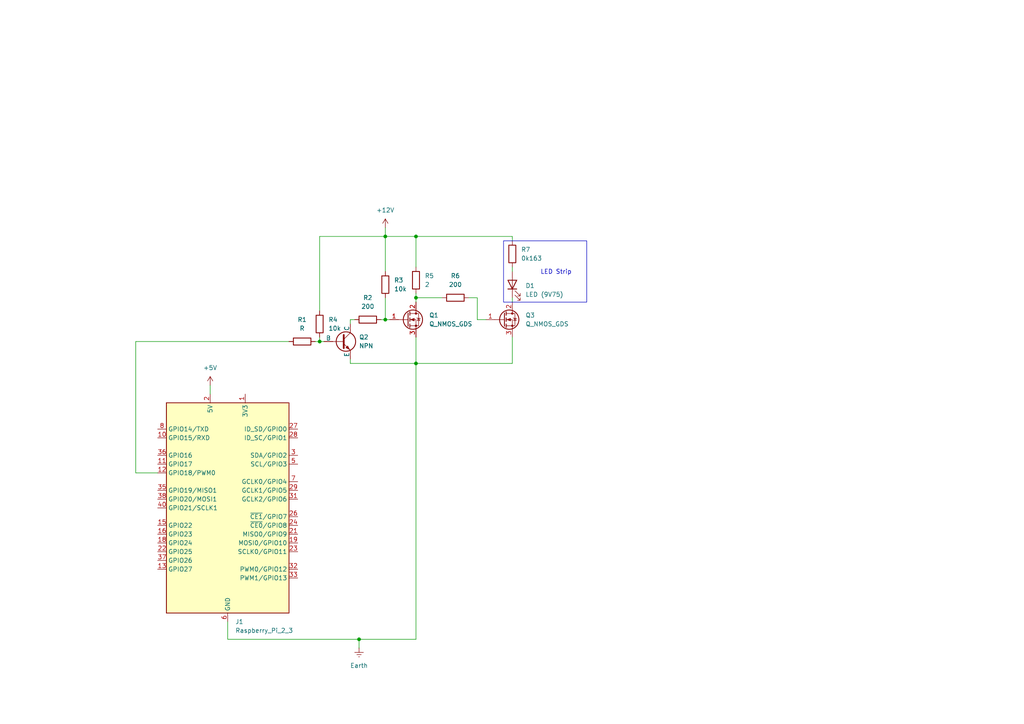
<source format=kicad_sch>
(kicad_sch (version 20231120) (generator "eeschema") (generator_version "8.0")
  (paper "A4")
  (lib_symbols
    (symbol "Connector:Raspberry_Pi_2_3"
      (property "Reference" "J" (at -17.78 31.75 0))
      (property "Value" "Raspberry_Pi_2_3" (at 10.16 -31.75 0))
      (symbol "Raspberry_Pi_2_3_0_1"
        (rectangle (start -17.78 30.48) (end 17.78 -30.48) (stroke (width 0.254)) (fill (type background)))
      )
      (symbol "Raspberry_Pi_2_3_1_1"
        (pin power_in line (at 5.08 33.02 270) (length 2.54) (name "3V3") (number "1"))
        (pin bidirectional line (at -20.32 20.32 0) (length 2.54) (name "GPIO15/RXD") (number "10"))
        (pin bidirectional line (at -20.32 12.7 0) (length 2.54) (name "GPIO17") (number "11"))
        (pin bidirectional line (at -20.32 10.16 0) (length 2.54) (name "GPIO18/PWM0") (number "12"))
        (pin bidirectional line (at -20.32 -17.78 0) (length 2.54) (name "GPIO27") (number "13"))
        (pin passive line (at 0 -33.02 90) (length 2.54) hide (name "GND") (number "14"))
        (pin bidirectional line (at -20.32 -5.08 0) (length 2.54) (name "GPIO22") (number "15"))
        (pin bidirectional line (at -20.32 -7.62 0) (length 2.54) (name "GPIO23") (number "16"))
        (pin passive line (at 5.08 33.02 270) (length 2.54) hide (name "3V3") (number "17"))
        (pin bidirectional line (at -20.32 -10.16 0) (length 2.54) (name "GPIO24") (number "18"))
        (pin bidirectional line (at 20.32 -10.16 180) (length 2.54) (name "MOSI0/GPIO10") (number "19"))
        (pin power_in line (at -5.08 33.02 270) (length 2.54) (name "5V") (number "2"))
        (pin passive line (at 0 -33.02 90) (length 2.54) hide (name "GND") (number "20"))
        (pin bidirectional line (at 20.32 -7.62 180) (length 2.54) (name "MISO0/GPIO9") (number "21"))
        (pin bidirectional line (at -20.32 -12.7 0) (length 2.54) (name "GPIO25") (number "22"))
        (pin bidirectional line (at 20.32 -12.7 180) (length 2.54) (name "SCLK0/GPIO11") (number "23"))
        (pin bidirectional line (at 20.32 -5.08 180) (length 2.54) (name "~{CE0}/GPIO8") (number "24"))
        (pin passive line (at 0 -33.02 90) (length 2.54) hide (name "GND") (number "25"))
        (pin bidirectional line (at 20.32 -2.54 180) (length 2.54) (name "~{CE1}/GPIO7") (number "26"))
        (pin bidirectional line (at 20.32 22.86 180) (length 2.54) (name "ID_SD/GPIO0") (number "27"))
        (pin bidirectional line (at 20.32 20.32 180) (length 2.54) (name "ID_SC/GPIO1") (number "28"))
        (pin bidirectional line (at 20.32 5.08 180) (length 2.54) (name "GCLK1/GPIO5") (number "29"))
        (pin bidirectional line (at 20.32 15.24 180) (length 2.54) (name "SDA/GPIO2") (number "3"))
        (pin passive line (at 0 -33.02 90) (length 2.54) hide (name "GND") (number "30"))
        (pin bidirectional line (at 20.32 2.54 180) (length 2.54) (name "GCLK2/GPIO6") (number "31"))
        (pin bidirectional line (at 20.32 -17.78 180) (length 2.54) (name "PWM0/GPIO12") (number "32"))
        (pin bidirectional line (at 20.32 -20.32 180) (length 2.54) (name "PWM1/GPIO13") (number "33"))
        (pin passive line (at 0 -33.02 90) (length 2.54) hide (name "GND") (number "34"))
        (pin bidirectional line (at -20.32 5.08 0) (length 2.54) (name "GPIO19/MISO1") (number "35"))
        (pin bidirectional line (at -20.32 15.24 0) (length 2.54) (name "GPIO16") (number "36"))
        (pin bidirectional line (at -20.32 -15.24 0) (length 2.54) (name "GPIO26") (number "37"))
        (pin bidirectional line (at -20.32 2.54 0) (length 2.54) (name "GPIO20/MOSI1") (number "38"))
        (pin passive line (at 0 -33.02 90) (length 2.54) hide (name "GND") (number "39"))
        (pin passive line (at -5.08 33.02 270) (length 2.54) hide (name "5V") (number "4"))
        (pin bidirectional line (at -20.32 0 0) (length 2.54) (name "GPIO21/SCLK1") (number "40"))
        (pin bidirectional line (at 20.32 12.7 180) (length 2.54) (name "SCL/GPIO3") (number "5"))
        (pin power_in line (at 0 -33.02 90) (length 2.54) (name "GND") (number "6"))
        (pin bidirectional line (at 20.32 7.62 180) (length 2.54) (name "GCLK0/GPIO4") (number "7"))
        (pin bidirectional line (at -20.32 22.86 0) (length 2.54) (name "GPIO14/TXD") (number "8"))
        (pin passive line (at 0 -33.02 90) (length 2.54) hide (name "GND") (number "9"))
      )
    )
    (symbol "Device:LED" (pin_numbers hide) (pin_names (offset 1.016) hide)
      (property "Reference" "D" (at 0 2.54 0))
      (property "Value" "LED" (at 0 -2.54 0))
      (symbol "LED_0_1"
        (polyline (pts (xy -1.27 -1.27) (xy -1.27 1.27)) (stroke (width 0.254)))
        (polyline (pts (xy -1.27 0) (xy 1.27 0)))
        (polyline (pts (xy 1.27 -1.27) (xy 1.27 1.27) (xy -1.27 0) (xy 1.27 -1.27)) (stroke (width 0.254)))
        (polyline (pts (xy -3.048 -0.762) (xy -4.572 -2.286) (xy -3.81 -2.286) (xy -4.572 -2.286) (xy -4.572 -1.524)))
        (polyline (pts (xy -1.778 -0.762) (xy -3.302 -2.286) (xy -2.54 -2.286) (xy -3.302 -2.286) (xy -3.302 -1.524)))
      )
      (symbol "LED_1_1"
        (pin passive line (at -3.81 0 0) (length 2.54) (name "K") (number "1"))
        (pin passive line (at 3.81 0 180) (length 2.54) (name "A") (number "2"))
      )
    )
    (symbol "Device:Q_NMOS_GDS" (pin_names (offset 0) hide)
      (property "Reference" "Q" (at 5.08 1.27 0))
      (property "Value" "Q_NMOS_GDS" (at 5.08 -1.27 0))
      (symbol "Q_NMOS_GDS_0_1"
        (polyline (pts (xy 0.254 0) (xy -2.54 0)))
        (polyline (pts (xy 0.254 1.905) (xy 0.254 -1.905)) (stroke (width 0.254)))
        (polyline (pts (xy 0.762 -1.27) (xy 0.762 -2.286)) (stroke (width 0.254)))
        (polyline (pts (xy 0.762 0.508) (xy 0.762 -0.508)) (stroke (width 0.254)))
        (polyline (pts (xy 0.762 2.286) (xy 0.762 1.27)) (stroke (width 0.254)))
        (polyline (pts (xy 2.54 2.54) (xy 2.54 1.778)))
        (polyline (pts (xy 2.54 -2.54) (xy 2.54 0) (xy 0.762 0)))
        (polyline (pts (xy 0.762 -1.778) (xy 3.302 -1.778) (xy 3.302 1.778) (xy 0.762 1.778)))
        (polyline (pts (xy 1.016 0) (xy 2.032 0.381) (xy 2.032 -0.381) (xy 1.016 0)) (fill (type outline)))
        (polyline (pts (xy 2.794 0.508) (xy 2.921 0.381) (xy 3.683 0.381) (xy 3.81 0.254)))
        (polyline (pts (xy 3.302 0.381) (xy 2.921 -0.254) (xy 3.683 -0.254) (xy 3.302 0.381)))
        (circle (center 1.651 0) (radius 2.794) (stroke (width 0.254)))
        (circle (center 2.54 -1.778) (radius 0.254) (fill (type outline)))
        (circle (center 2.54 1.778) (radius 0.254) (fill (type outline)))
      )
      (symbol "Q_NMOS_GDS_1_1"
        (pin input line (at -5.08 0 0) (length 2.54) (name "G") (number "1"))
        (pin passive line (at 2.54 5.08 270) (length 2.54) (name "D") (number "2"))
        (pin passive line (at 2.54 -5.08 90) (length 2.54) (name "S") (number "3"))
      )
    )
    (symbol "Device:R" (pin_numbers hide) (pin_names (offset 0))
      (property "Reference" "R" (at 2.032 0 90))
      (property "Value" "R" (at 0 0 90))
      (symbol "R_0_1"
        (rectangle (start -1.016 -2.54) (end 1.016 2.54) (stroke (width 0.254)))
      )
      (symbol "R_1_1"
        (pin passive line (at 0 3.81 270) (length 1.27) (name "~") (number "1"))
        (pin passive line (at 0 -3.81 90) (length 1.27) (name "~") (number "2"))
      )
    )
    (symbol "Simulation_SPICE:NPN" (pin_numbers hide) (pin_names (offset 0))
      (property "Reference" "Q" (at -2.54 7.62 0))
      (property "Value" "NPN" (at -2.54 5.08 0))
      (symbol "NPN_0_1"
        (polyline (pts (xy -2.54 0) (xy 0.635 0)) (stroke (width 0.1524)))
        (polyline (pts (xy 0.635 0.635) (xy 2.54 2.54)))
        (polyline (pts (xy 2.794 -1.27) (xy 2.794 -1.27)) (stroke (width 0.1524)))
        (polyline (pts (xy 2.794 -1.27) (xy 2.794 -1.27)) (stroke (width 0.1524)))
        (polyline (pts (xy 0.635 -0.635) (xy 2.54 -2.54) (xy 2.54 -2.54)))
        (polyline (pts (xy 0.635 1.905) (xy 0.635 -1.905) (xy 0.635 -1.905)) (stroke (width 0.508)))
        (polyline (pts (xy 1.27 -1.778) (xy 1.778 -1.27) (xy 2.286 -2.286) (xy 1.27 -1.778) (xy 1.27 -1.778)) (fill (type outline)))
        (circle (center 1.27 0) (radius 2.8194) (stroke (width 0.254)))
      )
      (symbol "NPN_1_1"
        (pin open_collector line (at 2.54 5.08 270) (length 2.54) (name "C") (number "1"))
        (pin input line (at -5.08 0 0) (length 2.54) (name "B") (number "2"))
        (pin open_emitter line (at 2.54 -5.08 90) (length 2.54) (name "E") (number "3"))
      )
    )
    (symbol "power:+12V" (power) (pin_numbers hide) (pin_names (offset 0) hide)
      (property "Value" "+12V" (at 0 3.556 0))
      (symbol "+12V_0_1"
        (polyline (pts (xy -0.762 1.27) (xy 0 2.54)))
        (polyline (pts (xy 0 0) (xy 0 2.54)))
        (polyline (pts (xy 0 2.54) (xy 0.762 1.27)))
      )
      (symbol "+12V_1_1"
        (pin power_in line (at 0 0 90) (length 0) (name "~") (number "1"))
      )
    )
    (symbol "power:+5V" (power) (pin_numbers hide) (pin_names (offset 0) hide)
      (property "Value" "+5V" (at 0 3.556 0))
      (symbol "+5V_0_1"
        (polyline (pts (xy -0.762 1.27) (xy 0 2.54)))
        (polyline (pts (xy 0 0) (xy 0 2.54)))
        (polyline (pts (xy 0 2.54) (xy 0.762 1.27)))
      )
      (symbol "+5V_1_1"
        (pin power_in line (at 0 0 90) (length 0) (name "~") (number "1"))
      )
    )
    (symbol "power:Earth" (power) (pin_numbers hide) (pin_names (offset 0) hide)
      (property "Value" "Earth" (at 0 -3.81 0))
      (symbol "Earth_0_1"
        (polyline (pts (xy -0.635 -1.905) (xy 0.635 -1.905)))
        (polyline (pts (xy -0.127 -2.54) (xy 0.127 -2.54)))
        (polyline (pts (xy 0 -1.27) (xy 0 0)))
        (polyline (pts (xy 1.27 -1.27) (xy -1.27 -1.27)))
      )
      (symbol "Earth_1_1"
        (pin power_in line (at 0 0 270) (length 0) (name "~") (number "1"))
      )
    )
  )
  (junction (at 120.65 68.58))
  (junction (at 120.65 86.36))
  (junction (at 111.76 68.58))
  (junction (at 111.76 92.71))
  (junction (at 104.14 185.42))
  (junction (at 120.65 105.41))
  (junction (at 92.71 99.06))
  (wire (pts (xy 111.76 68.58) (xy 120.65 68.58)))
  (wire (pts (xy 101.6 92.71) (xy 102.87 92.71)))
  (wire (pts (xy 66.04 185.42) (xy 66.04 180.34)))
  (wire (pts (xy 120.65 68.58) (xy 120.65 77.47)))
  (wire (pts (xy 60.96 111.76) (xy 60.96 114.3)))
  (wire (pts (xy 120.65 86.36) (xy 128.27 86.36)))
  (wire (pts (xy 104.14 185.42) (xy 66.04 185.42)))
  (wire (pts (xy 101.6 104.14) (xy 101.6 105.41)))
  (wire (pts (xy 111.76 92.71) (xy 113.03 92.71)))
  (wire (pts (xy 138.43 86.36) (xy 138.43 92.71)))
  (wire (pts (xy 120.65 68.58) (xy 148.59 68.58)))
  (wire (pts (xy 120.65 85.09) (xy 120.65 86.36)))
  (wire (pts (xy 148.59 105.41) (xy 120.65 105.41)))
  (wire (pts (xy 120.65 105.41) (xy 120.65 185.42)))
  (wire (pts (xy 91.44 99.06) (xy 92.71 99.06)))
  (wire (pts (xy 39.37 99.06) (xy 83.82 99.06)))
  (wire (pts (xy 111.76 86.36) (xy 111.76 92.71)))
  (wire (pts (xy 101.6 105.41) (xy 120.65 105.41)))
  (wire (pts (xy 135.89 86.36) (xy 138.43 86.36)))
  (wire (pts (xy 45.72 137.16) (xy 39.37 137.16)))
  (wire (pts (xy 148.59 69.85) (xy 148.59 68.58)))
  (wire (pts (xy 111.76 68.58) (xy 111.76 66.04)))
  (wire (pts (xy 120.65 86.36) (xy 120.65 87.63)))
  (wire (pts (xy 92.71 68.58) (xy 92.71 90.17)))
  (wire (pts (xy 39.37 99.06) (xy 39.37 137.16)))
  (wire (pts (xy 92.71 68.58) (xy 111.76 68.58)))
  (wire (pts (xy 111.76 68.58) (xy 111.76 78.74)))
  (wire (pts (xy 148.59 77.47) (xy 148.59 78.74)))
  (wire (pts (xy 92.71 99.06) (xy 93.98 99.06)))
  (wire (pts (xy 101.6 93.98) (xy 101.6 92.71)))
  (wire (pts (xy 104.14 185.42) (xy 104.14 187.96)))
  (wire (pts (xy 120.65 97.79) (xy 120.65 105.41)))
  (wire (pts (xy 92.71 97.79) (xy 92.71 99.06)))
  (wire (pts (xy 148.59 97.79) (xy 148.59 105.41)))
  (wire (pts (xy 138.43 92.71) (xy 140.97 92.71)))
  (wire (pts (xy 148.59 86.36) (xy 148.59 87.63)))
  (wire (pts (xy 120.65 185.42) (xy 104.14 185.42)))
  (wire (pts (xy 110.49 92.71) (xy 111.76 92.71)))
  (rectangle (start 146.05 69.85) (end 170.18 87.63))
  (text "LED Strip" (at 161.29 78.994 0) (effects (font (size 1.27 1.27))))
  (symbol (lib_id "Device:R") (at 106.68 92.71 90) (unit 1)
    (property "Reference" "R2" (at 106.68 86.36 90))
    (property "Value" "200" (at 106.68 88.9 90))
    (property "Description" "Resistor" (effects (hide yes)))
  )
  (symbol (lib_id "Device:R") (at 120.65 81.28 0) (unit 1)
    (property "Reference" "R5" (at 123.19 80.0099 0) (effects (justify left)))
    (property "Value" "2" (at 123.19 82.5499 0) (effects (justify left)))
    (property "Description" "Resistor" (effects (hide yes)))
  )
  (symbol (lib_id "power:Earth") (at 104.14 187.96 0) (unit 1)
    (property "Reference" "#PWR02" (effects (hide yes)))
    (property "Value" "Earth" (at 104.14 193.04 0))
    (property "Description" "Power symbol creates a global label with name \"Earth\"" (effects (hide yes)))
  )
  (symbol (lib_id "Connector:Raspberry_Pi_2_3") (at 66.04 147.32 0) (unit 1)
    (property "Reference" "J1" (at 68.2341 180.34 0) (effects (justify left)))
    (property "Value" "Raspberry_Pi_2_3" (at 68.2341 182.88 0) (effects (justify left)))
    (property "Datasheet" "https://www.raspberrypi.org/documentation/hardware/raspberrypi/schematics/rpi_SCH_3bplus_1p0_reduced.pdf" (effects (hide yes)))
    (property "Description" "expansion header for Raspberry Pi 2 & 3" (effects (hide yes)))
  )
  (symbol (lib_id "Simulation_SPICE:NPN") (at 99.06 99.06 0) (unit 1)
    (property "Reference" "Q2" (at 104.14 97.7899 0) (effects (justify left)))
    (property "Value" "NPN" (at 104.14 100.3299 0) (effects (justify left)))
    (property "Datasheet" "https://ngspice.sourceforge.io/docs/ngspice-html-manual/manual.xhtml#cha_BJTs" (effects (hide yes)))
    (property "Description" "Bipolar transistor symbol for simulation only, substrate tied to the emitter" (effects (hide yes)))
    (property "Sim.Device" "NPN" (effects (hide yes)))
    (property "Sim.Type" "GUMMELPOON" (effects (hide yes)))
    (property "Sim.Pins" "1=C 2=B 3=E" (effects (hide yes)))
  )
  (symbol (lib_id "Device:R") (at 132.08 86.36 90) (unit 1)
    (property "Reference" "R6" (at 132.08 80.01 90))
    (property "Value" "200" (at 132.08 82.55 90))
    (property "Description" "Resistor" (effects (hide yes)))
  )
  (symbol (lib_id "Device:R") (at 148.59 73.66 0) (unit 1)
    (property "Reference" "R7" (at 151.13 72.3899 0) (effects (justify left)))
    (property "Value" "0k163" (at 151.13 74.9299 0) (effects (justify left)))
    (property "Description" "Resistor" (effects (hide yes)))
  )
  (symbol (lib_id "Device:Q_NMOS_GDS") (at 118.11 92.71 0) (unit 1)
    (property "Reference" "Q1" (at 124.46 91.4399 0) (effects (justify left)))
    (property "Value" "Q_NMOS_GDS" (at 124.46 93.9799 0) (effects (justify left)))
    (property "Description" "N-MOSFET transistor, gate/drain/source" (effects (hide yes)))
  )
  (symbol (lib_id "Device:R") (at 87.63 99.06 90) (unit 1)
    (property "Reference" "R1" (at 87.63 92.71 90))
    (property "Value" "R" (at 87.63 95.25 90))
    (property "Description" "Resistor" (effects (hide yes)))
  )
  (symbol (lib_id "Device:LED") (at 148.59 82.55 90) (unit 1)
    (property "Reference" "D1" (at 152.4 82.8674 90) (effects (justify right)))
    (property "Value" "LED (9V75)" (at 152.4 85.4074 90) (effects (justify right)))
    (property "Description" "Light emitting diode" (effects (hide yes)))
  )
  (symbol (lib_id "Device:Q_NMOS_GDS") (at 146.05 92.71 0) (unit 1)
    (property "Reference" "Q3" (at 152.4 91.4399 0) (effects (justify left)))
    (property "Value" "Q_NMOS_GDS" (at 152.4 93.9799 0) (effects (justify left)))
    (property "Description" "N-MOSFET transistor, gate/drain/source" (effects (hide yes)))
  )
  (symbol (lib_id "power:+12V") (at 111.76 66.04 0) (unit 1)
    (property "Reference" "#PWR01" (effects (hide yes)))
    (property "Value" "+12V" (at 111.76 60.96 0))
    (property "Description" "Power symbol creates a global label with name \"+12V\"" (effects (hide yes)))
  )
  (symbol (lib_id "Device:R") (at 92.71 93.98 180) (unit 1)
    (property "Reference" "R4" (at 95.25 92.7099 0) (effects (justify right)))
    (property "Value" "10k" (at 95.25 95.2499 0) (effects (justify right)))
    (property "Description" "Resistor" (effects (hide yes)))
  )
  (symbol (lib_id "power:+5V") (at 60.96 111.76 0) (unit 1)
    (property "Reference" "#PWR03" (effects (hide yes)))
    (property "Value" "+5V" (at 60.96 106.68 0))
    (property "Description" "Power symbol creates a global label with name \"+5V\"" (effects (hide yes)))
  )
  (symbol (lib_id "Device:R") (at 111.76 82.55 0) (unit 1)
    (property "Reference" "R3" (at 114.3 81.2799 0) (effects (justify left)))
    (property "Value" "10k" (at 114.3 83.8199 0) (effects (justify left)))
    (property "Description" "Resistor" (effects (hide yes)))
  )
)
</source>
